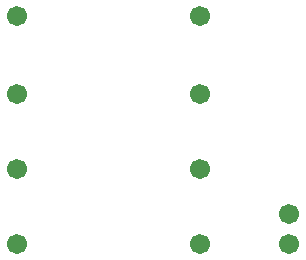
<source format=gbs>
G04 Layer: BottomSolderMaskLayer*
G04 EasyEDA v6.5.46, 2025-04-01 09:14:14*
G04 1996200714a44a3eb265968e1dc72ee3,f9b916e08b964ccb92d809278d751d93,10*
G04 Gerber Generator version 0.2*
G04 Scale: 100 percent, Rotated: No, Reflected: No *
G04 Dimensions in millimeters *
G04 leading zeros omitted , absolute positions ,4 integer and 5 decimal *
%FSLAX45Y45*%
%MOMM*%

%ADD10C,1.7016*%

%LPD*%
D10*
G01*
X1079195Y2209800D03*
G01*
X2629204Y2209800D03*
G01*
X1079195Y1549400D03*
G01*
X2629204Y1549400D03*
G01*
X1079195Y914400D03*
G01*
X2629204Y914400D03*
G01*
X1079195Y279400D03*
G01*
X2629204Y279400D03*
G01*
X3378200Y533400D03*
G01*
X3378200Y279400D03*
M02*

</source>
